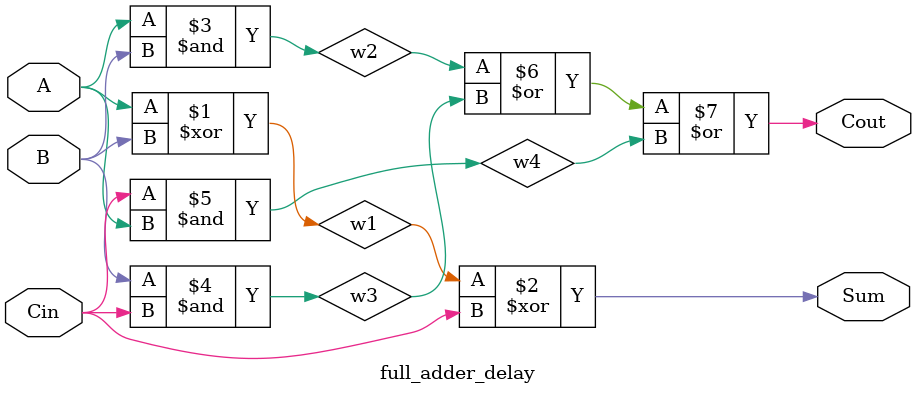
<source format=v>
/*--  *******************************************************
--  Computer Architecture Course, Laboratory Sources 
--  Amirkabir University of Technology (Tehran Polytechnic)
--  Department of Computer Engineering (CE-AUT)
--  https://ce[dot]aut[dot]ac[dot]ir
--  *******************************************************
--  All Rights reserved (C) 2019-2020
--  *******************************************************
--  Student ID  : 
--  Student Name: 
--  Student Mail: 
--  *******************************************************
--  Additional Comments:
--
--*/

/*-----------------------------------------------------------
---  Module Name: Full Adder Gate Level
---  Description: Lab 07 Part 1
-----------------------------------------------------------*/
`timescale 1 ns/1 ns

module full_adder_delay (
	input A ,
	input B ,
	input Cin ,
	output Sum ,
	output Cout
);
 wire w1,w2,w3,w4;
  xor #10 x1(w1,A,B);
  xor #10 x2(Sum,w1,Cin);
  and #5 a1(w2,A,B);
  and #5 a2(w3,B,Cin);
  and #5 a3(w4,Cin,A);
  or  #5 o1(Cout,w2,w3,w4); 
  endmodule

</source>
